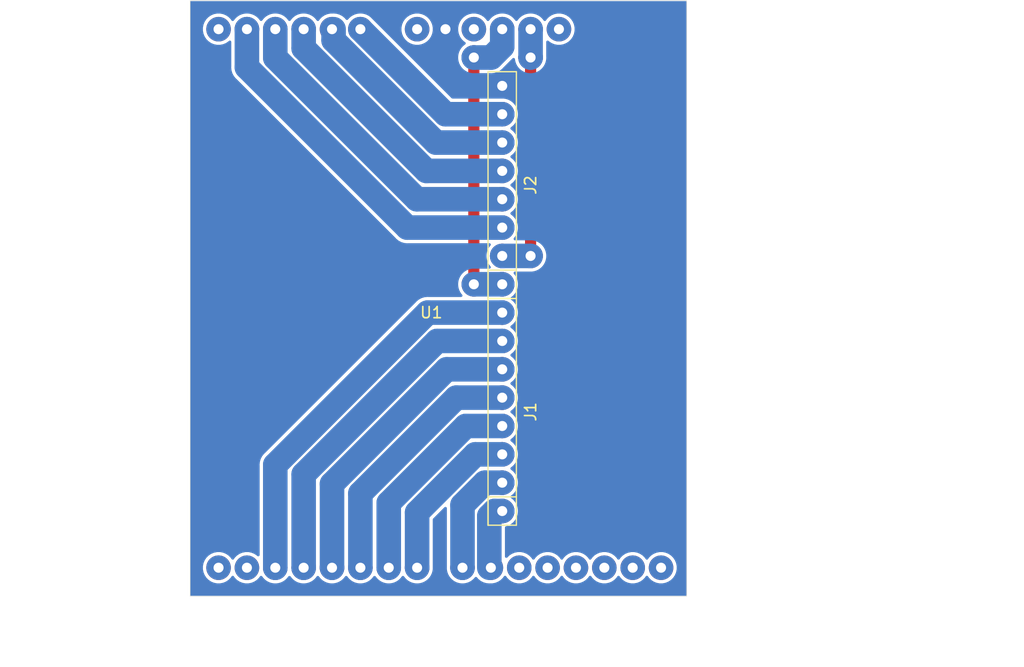
<source format=kicad_pcb>
(kicad_pcb (version 20171130) (host pcbnew "(5.1.6)-1")

  (general
    (thickness 1.6)
    (drawings 7)
    (tracks 52)
    (zones 0)
    (modules 3)
    (nets 29)
  )

  (page A4)
  (layers
    (0 F.Cu signal)
    (31 B.Cu signal)
    (32 B.Adhes user)
    (33 F.Adhes user)
    (34 B.Paste user)
    (35 F.Paste user)
    (36 B.SilkS user)
    (37 F.SilkS user)
    (38 B.Mask user)
    (39 F.Mask user)
    (40 Dwgs.User user)
    (41 Cmts.User user)
    (42 Eco1.User user)
    (43 Eco2.User user)
    (44 Edge.Cuts user)
    (45 Margin user)
    (46 B.CrtYd user)
    (47 F.CrtYd user)
    (48 B.Fab user)
    (49 F.Fab user)
  )

  (setup
    (last_trace_width 1)
    (user_trace_width 1)
    (user_trace_width 2)
    (user_trace_width 2.2)
    (trace_clearance 0.2)
    (zone_clearance 0.508)
    (zone_45_only no)
    (trace_min 0.2)
    (via_size 0.8)
    (via_drill 0.4)
    (via_min_size 0.4)
    (via_min_drill 0.3)
    (user_via 2.2 0.9)
    (uvia_size 0.3)
    (uvia_drill 0.1)
    (uvias_allowed no)
    (uvia_min_size 0.2)
    (uvia_min_drill 0.1)
    (edge_width 0.05)
    (segment_width 0.2)
    (pcb_text_width 0.3)
    (pcb_text_size 1.5 1.5)
    (mod_edge_width 0.12)
    (mod_text_size 1 1)
    (mod_text_width 0.15)
    (pad_size 2.2 2.2)
    (pad_drill 0.9)
    (pad_to_mask_clearance 0.05)
    (aux_axis_origin 0 0)
    (visible_elements 7FFFFFFF)
    (pcbplotparams
      (layerselection 0x010fc_ffffffff)
      (usegerberextensions false)
      (usegerberattributes true)
      (usegerberadvancedattributes true)
      (creategerberjobfile true)
      (excludeedgelayer true)
      (linewidth 0.100000)
      (plotframeref false)
      (viasonmask false)
      (mode 1)
      (useauxorigin false)
      (hpglpennumber 1)
      (hpglpenspeed 20)
      (hpglpendiameter 15.000000)
      (psnegative false)
      (psa4output false)
      (plotreference true)
      (plotvalue true)
      (plotinvisibletext false)
      (padsonsilk false)
      (subtractmaskfromsilk false)
      (outputformat 1)
      (mirror false)
      (drillshape 1)
      (scaleselection 1)
      (outputdirectory ""))
  )

  (net 0 "")
  (net 1 LCD_D1)
  (net 2 LCD_D0)
  (net 3 LCD_D7)
  (net 4 LCD_D6)
  (net 5 LCD_D5)
  (net 6 LCD_D4)
  (net 7 LCD_D3)
  (net 8 LCD_D2)
  (net 9 GND)
  (net 10 +3V3)
  (net 11 LCD_RD)
  (net 12 LCD_WR)
  (net 13 LCD_RS)
  (net 14 LCD_CS)
  (net 15 LCD_RST)
  (net 16 +5V)
  (net 17 "Net-(U1-Pad1)")
  (net 18 "Net-(U1-Pad2)")
  (net 19 "Net-(U1-Pad11)")
  (net 20 "Net-(U1-Pad12)")
  (net 21 "Net-(U1-Pad13)")
  (net 22 "Net-(U1-Pad14)")
  (net 23 "Net-(U1-Pad15)")
  (net 24 "Net-(U1-Pad16)")
  (net 25 "Net-(U1-Pad17)")
  (net 26 "Net-(U1-Pad20)")
  (net 27 "Net-(U1-Pad22)")
  (net 28 "Net-(U1-Pad28)")

  (net_class Default "This is the default net class."
    (clearance 0.2)
    (trace_width 0.25)
    (via_dia 0.8)
    (via_drill 0.4)
    (uvia_dia 0.3)
    (uvia_drill 0.1)
    (add_net +3V3)
    (add_net +5V)
    (add_net GND)
    (add_net LCD_CS)
    (add_net LCD_D0)
    (add_net LCD_D1)
    (add_net LCD_D2)
    (add_net LCD_D3)
    (add_net LCD_D4)
    (add_net LCD_D5)
    (add_net LCD_D6)
    (add_net LCD_D7)
    (add_net LCD_RD)
    (add_net LCD_RS)
    (add_net LCD_RST)
    (add_net LCD_WR)
    (add_net "Net-(U1-Pad1)")
    (add_net "Net-(U1-Pad11)")
    (add_net "Net-(U1-Pad12)")
    (add_net "Net-(U1-Pad13)")
    (add_net "Net-(U1-Pad14)")
    (add_net "Net-(U1-Pad15)")
    (add_net "Net-(U1-Pad16)")
    (add_net "Net-(U1-Pad17)")
    (add_net "Net-(U1-Pad2)")
    (add_net "Net-(U1-Pad20)")
    (add_net "Net-(U1-Pad22)")
    (add_net "Net-(U1-Pad28)")
  )

  (module 0_my_footprints:my8Pin (layer F.Cu) (tedit 64E3B241) (tstamp 64E3BEF1)
    (at 27.94 -15.24 90)
    (path /64E15192)
    (fp_text reference J1 (at 1.27 2.54 90) (layer F.SilkS)
      (effects (font (size 1 1) (thickness 0.15)))
    )
    (fp_text value Conn_01x08 (at 1.27 -2.54 90) (layer F.Fab)
      (effects (font (size 1 1) (thickness 0.15)))
    )
    (fp_line (start -6.35 -1.27) (end -6.35 1.27) (layer F.SilkS) (width 0.12))
    (fp_line (start -8.89 -1.27) (end -6.35 -1.27) (layer F.SilkS) (width 0.12))
    (fp_line (start 3.81 -1.27) (end -8.89 -1.27) (layer F.SilkS) (width 0.12))
    (fp_line (start -8.89 1.27) (end 3.81 1.27) (layer F.SilkS) (width 0.12))
    (fp_line (start -8.89 -1.27) (end -8.89 1.27) (layer F.SilkS) (width 0.12))
    (fp_line (start 3.81 -1.27) (end 11.43 -1.27) (layer F.SilkS) (width 0.12))
    (fp_line (start 11.43 -1.27) (end 11.43 1.27) (layer F.SilkS) (width 0.12))
    (fp_line (start 11.43 1.27) (end 3.81 1.27) (layer F.SilkS) (width 0.12))
    (pad 8 thru_hole circle (at 10.16 0 90) (size 2.2 2.2) (drill 0.9) (layers *.Cu *.Mask)
      (net 8 LCD_D2))
    (pad 7 thru_hole circle (at 7.62 0 90) (size 2.2 2.2) (drill 0.9) (layers *.Cu *.Mask)
      (net 7 LCD_D3))
    (pad 6 thru_hole circle (at 5.08 0 90) (size 2.2 2.2) (drill 0.9) (layers *.Cu *.Mask)
      (net 6 LCD_D4))
    (pad 5 thru_hole circle (at 2.54 0 90) (size 2.2 2.2) (drill 0.9) (layers *.Cu *.Mask)
      (net 5 LCD_D5))
    (pad 4 thru_hole circle (at 0 0 90) (size 2.2 2.2) (drill 0.9) (layers *.Cu *.Mask)
      (net 4 LCD_D6))
    (pad 3 thru_hole circle (at -2.54 0 90) (size 2.2 2.2) (drill 0.9) (layers *.Cu *.Mask)
      (net 3 LCD_D7))
    (pad 2 thru_hole circle (at -5.08 0 90) (size 2.2 2.2) (drill 0.9) (layers *.Cu *.Mask)
      (net 2 LCD_D0))
    (pad 1 thru_hole circle (at -7.62 0 90) (size 2.2 2.2) (drill 0.9) (layers *.Cu *.Mask)
      (net 1 LCD_D1))
  )

  (module 0_my_footprints:my8Pin (layer F.Cu) (tedit 64E3B241) (tstamp 64E3BF04)
    (at 27.94 -35.56 90)
    (path /64E15AB7)
    (fp_text reference J2 (at 1.27 2.54 90) (layer F.SilkS)
      (effects (font (size 1 1) (thickness 0.15)))
    )
    (fp_text value Conn_01x08 (at 1.27 -2.54 90) (layer F.Fab)
      (effects (font (size 1 1) (thickness 0.15)))
    )
    (fp_line (start -6.35 -1.27) (end -6.35 1.27) (layer F.SilkS) (width 0.12))
    (fp_line (start -8.89 -1.27) (end -6.35 -1.27) (layer F.SilkS) (width 0.12))
    (fp_line (start 3.81 -1.27) (end -8.89 -1.27) (layer F.SilkS) (width 0.12))
    (fp_line (start -8.89 1.27) (end 3.81 1.27) (layer F.SilkS) (width 0.12))
    (fp_line (start -8.89 -1.27) (end -8.89 1.27) (layer F.SilkS) (width 0.12))
    (fp_line (start 3.81 -1.27) (end 11.43 -1.27) (layer F.SilkS) (width 0.12))
    (fp_line (start 11.43 -1.27) (end 11.43 1.27) (layer F.SilkS) (width 0.12))
    (fp_line (start 11.43 1.27) (end 3.81 1.27) (layer F.SilkS) (width 0.12))
    (pad 8 thru_hole circle (at 10.16 0 90) (size 2.2 2.2) (drill 0.9) (layers *.Cu *.Mask)
      (net 9 GND))
    (pad 7 thru_hole circle (at 7.62 0 90) (size 2.2 2.2) (drill 0.9) (layers *.Cu *.Mask)
      (net 11 LCD_RD))
    (pad 6 thru_hole circle (at 5.08 0 90) (size 2.2 2.2) (drill 0.9) (layers *.Cu *.Mask)
      (net 12 LCD_WR))
    (pad 5 thru_hole circle (at 2.54 0 90) (size 2.2 2.2) (drill 0.9) (layers *.Cu *.Mask)
      (net 13 LCD_RS))
    (pad 4 thru_hole circle (at 0 0 90) (size 2.2 2.2) (drill 0.9) (layers *.Cu *.Mask)
      (net 14 LCD_CS))
    (pad 3 thru_hole circle (at -2.54 0 90) (size 2.2 2.2) (drill 0.9) (layers *.Cu *.Mask)
      (net 15 LCD_RST))
    (pad 2 thru_hole circle (at -5.08 0 90) (size 2.2 2.2) (drill 0.9) (layers *.Cu *.Mask)
      (net 10 +3V3))
    (pad 1 thru_hole circle (at -7.62 0 90) (size 2.2 2.2) (drill 0.9) (layers *.Cu *.Mask)
      (net 16 +5V))
  )

  (module 0_my_footprints:unoDisplay (layer F.Cu) (tedit 64E12ABB) (tstamp 64E1983B)
    (at 21.59 -27.94 180)
    (path /64E13C3A)
    (fp_text reference U1 (at 0 -2.54) (layer F.SilkS)
      (effects (font (size 1 1) (thickness 0.15)))
    )
    (fp_text value uno_display (at 0 -0.5) (layer F.Fab)
      (effects (font (size 1 1) (thickness 0.15)))
    )
    (fp_line (start -22.86 -27.94) (end -22.86 25.4) (layer F.Fab) (width 0.12))
    (fp_line (start -22.86 -27.94) (end 21.59 -27.94) (layer F.Fab) (width 0.12))
    (fp_line (start 21.59 -27.94) (end 21.59 25.4) (layer F.Fab) (width 0.12))
    (fp_line (start -22.86 25.4) (end 21.59 25.4) (layer F.Fab) (width 0.12))
    (pad 1 thru_hole circle (at 19.05 -25.4) (size 2.2 2.2) (drill 0.9) (layers *.Cu *.Mask)
      (net 17 "Net-(U1-Pad1)"))
    (pad 2 thru_hole circle (at 16.51 -25.4) (size 2.2 2.2) (drill 0.9) (layers *.Cu *.Mask)
      (net 18 "Net-(U1-Pad2)"))
    (pad 3 thru_hole circle (at 13.97 -25.4) (size 2.2 2.2) (drill 0.9) (layers *.Cu *.Mask)
      (net 8 LCD_D2))
    (pad 4 thru_hole circle (at 11.43 -25.4) (size 2.2 2.2) (drill 0.9) (layers *.Cu *.Mask)
      (net 7 LCD_D3))
    (pad 5 thru_hole circle (at 8.89 -25.4) (size 2.2 2.2) (drill 0.9) (layers *.Cu *.Mask)
      (net 6 LCD_D4))
    (pad 6 thru_hole circle (at 6.35 -25.4) (size 2.2 2.2) (drill 0.9) (layers *.Cu *.Mask)
      (net 5 LCD_D5))
    (pad 7 thru_hole circle (at 3.81 -25.4) (size 2.2 2.2) (drill 0.9) (layers *.Cu *.Mask)
      (net 4 LCD_D6))
    (pad 8 thru_hole circle (at 1.27 -25.4) (size 2.2 2.2) (drill 0.9) (layers *.Cu *.Mask)
      (net 3 LCD_D7))
    (pad 9 thru_hole circle (at -2.794 -25.4) (size 2.2 2.2) (drill 0.9) (layers *.Cu *.Mask)
      (net 2 LCD_D0))
    (pad 10 thru_hole circle (at -5.334 -25.4) (size 2.2 2.2) (drill 0.9) (layers *.Cu *.Mask)
      (net 1 LCD_D1))
    (pad 11 thru_hole circle (at -7.874 -25.4) (size 2.2 2.2) (drill 0.9) (layers *.Cu *.Mask)
      (net 19 "Net-(U1-Pad11)"))
    (pad 12 thru_hole circle (at -10.414 -25.4) (size 2.2 2.2) (drill 0.9) (layers *.Cu *.Mask)
      (net 20 "Net-(U1-Pad12)"))
    (pad 13 thru_hole circle (at -12.954 -25.4) (size 2.2 2.2) (drill 0.9) (layers *.Cu *.Mask)
      (net 21 "Net-(U1-Pad13)"))
    (pad 14 thru_hole circle (at -15.494 -25.4) (size 2.2 2.2) (drill 0.9) (layers *.Cu *.Mask)
      (net 22 "Net-(U1-Pad14)"))
    (pad 15 thru_hole circle (at -18.034 -25.4) (size 2.2 2.2) (drill 0.9) (layers *.Cu *.Mask)
      (net 23 "Net-(U1-Pad15)"))
    (pad 16 thru_hole circle (at -20.574 -25.4) (size 2.2 2.2) (drill 0.9) (layers *.Cu *.Mask)
      (net 24 "Net-(U1-Pad16)"))
    (pad 17 thru_hole circle (at -11.43 22.86) (size 2.2 2.2) (drill 0.9) (layers *.Cu *.Mask)
      (net 25 "Net-(U1-Pad17)"))
    (pad 18 thru_hole circle (at -8.89 22.86) (size 2.2 2.2) (drill 0.9) (layers *.Cu *.Mask)
      (net 10 +3V3))
    (pad 19 thru_hole circle (at -6.35 22.86) (size 2.2 2.2) (drill 0.9) (layers *.Cu *.Mask)
      (net 16 +5V))
    (pad 20 thru_hole circle (at -3.81 22.86) (size 2.2 2.2) (drill 0.9) (layers *.Cu *.Mask)
      (net 26 "Net-(U1-Pad20)"))
    (pad 21 thru_hole circle (at -1.27 22.86) (size 2.2 2.2) (drill 0.9) (layers *.Cu *.Mask)
      (net 9 GND))
    (pad 22 thru_hole circle (at 1.27 22.86) (size 2.2 2.2) (drill 0.9) (layers *.Cu *.Mask)
      (net 27 "Net-(U1-Pad22)"))
    (pad 23 thru_hole circle (at 6.35 22.86) (size 2.2 2.2) (drill 0.9) (layers *.Cu *.Mask)
      (net 11 LCD_RD))
    (pad 24 thru_hole circle (at 8.89 22.86) (size 2.2 2.2) (drill 0.9) (layers *.Cu *.Mask)
      (net 12 LCD_WR))
    (pad 25 thru_hole circle (at 11.43 22.86) (size 2.2 2.2) (drill 0.9) (layers *.Cu *.Mask)
      (net 13 LCD_RS))
    (pad 26 thru_hole circle (at 13.97 22.86) (size 2.2 2.2) (drill 0.9) (layers *.Cu *.Mask)
      (net 14 LCD_CS))
    (pad 27 thru_hole circle (at 16.51 22.86) (size 2.2 2.2) (drill 0.9) (layers *.Cu *.Mask)
      (net 15 LCD_RST))
    (pad 28 thru_hole circle (at 19.05 22.86) (size 2.2 2.2) (drill 0.9) (layers *.Cu *.Mask)
      (net 28 "Net-(U1-Pad28)"))
    (model C:/src/kiCad/libraries/my_3d_files/pinSockets/myPinSocket_1x08.step
      (offset (xyz -2.794 25.4 0))
      (scale (xyz 1 1 1))
      (rotate (xyz 0 0 90))
    )
    (model C:/src/kiCad/libraries/my_3d_files/pinSockets/myPinSocket_1x08.step
      (offset (xyz 19.05 25.4 0))
      (scale (xyz 1 1 1))
      (rotate (xyz 0 0 90))
    )
    (model C:/src/kiCad/libraries/my_3d_files/pinSockets/myPinSocket_1x06.step
      (offset (xyz 19.05 -22.86 0))
      (scale (xyz 1 1 1))
      (rotate (xyz 0 0 90))
    )
    (model C:/src/kiCad/libraries/my_3d_files/pinSockets/myPinSocket_1x06.step
      (offset (xyz 1.27 -22.86 0))
      (scale (xyz 1 1 1))
      (rotate (xyz 0 0 90))
    )
    (model C:/src/kiCad/libraries/my_3d_files/UNO_3.5_TFT.step
      (offset (xyz 48.3 -26.3 11.1))
      (scale (xyz 1 1 1))
      (rotate (xyz 0 180 0))
    )
  )

  (gr_line (start 44.45 -53.34) (end 0 -53.34) (layer Edge.Cuts) (width 0.05) (tstamp 64E36925))
  (gr_line (start 44.45 0) (end 44.45 -53.34) (layer Edge.Cuts) (width 0.05))
  (gr_line (start 0 0) (end 44.45 0) (layer Edge.Cuts) (width 0.05))
  (gr_line (start 0 -53.34) (end 0 0) (layer Edge.Cuts) (width 0.05))
  (dimension 53.34 (width 0.15) (layer Dwgs.User)
    (gr_text "53.340 mm" (at -13.364999 -26.67 270) (layer Dwgs.User)
      (effects (font (size 1 1) (thickness 0.15)))
    )
    (feature1 (pts (xy 0 0) (xy -12.65142 0)))
    (feature2 (pts (xy 0 -53.34) (xy -12.65142 -53.34)))
    (crossbar (pts (xy -12.064999 -53.34) (xy -12.064999 0)))
    (arrow1a (pts (xy -12.064999 0) (xy -12.65142 -1.126504)))
    (arrow1b (pts (xy -12.064999 0) (xy -11.478578 -1.126504)))
    (arrow2a (pts (xy -12.064999 -53.34) (xy -12.65142 -52.213496)))
    (arrow2b (pts (xy -12.064999 -53.34) (xy -11.478578 -52.213496)))
  )
  (dimension 44.45 (width 0.15) (layer Dwgs.User)
    (gr_text "44.450 mm" (at 22.225 7.014999) (layer Dwgs.User)
      (effects (font (size 1 1) (thickness 0.15)))
    )
    (feature1 (pts (xy 44.45 0) (xy 44.45 6.30142)))
    (feature2 (pts (xy 0 0) (xy 0 6.30142)))
    (crossbar (pts (xy 0 5.714999) (xy 44.45 5.714999)))
    (arrow1a (pts (xy 44.45 5.714999) (xy 43.323496 6.30142)))
    (arrow1b (pts (xy 44.45 5.714999) (xy 43.323496 5.128578)))
    (arrow2a (pts (xy 0 5.714999) (xy 1.126504 6.30142)))
    (arrow2b (pts (xy 0 5.714999) (xy 1.126504 5.128578)))
  )
  (gr_text "NOTE that LCD_D0 and LCD_D1 are switched\nwhile soldering the wires onto this connector so  \nALL DATA LINES COME OUT IN ORDER on the\nother end as REQUIRED by the mother board!!!" (at 35.56 -17.145) (layer Dwgs.User)
    (effects (font (size 1 1) (thickness 0.15)) (justify left))
  )

  (segment (start 27.94 -7.62) (end 27.238492 -7.62) (width 2.2) (layer B.Cu) (net 1))
  (segment (start 27.238492 -7.62) (end 26.78401 -7.165518) (width 2.2) (layer B.Cu) (net 1))
  (segment (start 26.78401 -7.165518) (end 26.78401 -2.54) (width 2.2) (layer B.Cu) (net 1))
  (segment (start 24.384 -8.159634) (end 26.384366 -10.16) (width 2.2) (layer B.Cu) (net 2))
  (segment (start 24.384 -2.54) (end 24.384 -8.159634) (width 2.2) (layer B.Cu) (net 2))
  (segment (start 26.384366 -10.16) (end 27.94 -10.16) (width 2.2) (layer B.Cu) (net 2))
  (segment (start 20.32 -7.48976) (end 25.53024 -12.7) (width 2.2) (layer B.Cu) (net 3))
  (segment (start 20.32 -2.54) (end 20.32 -7.48976) (width 2.2) (layer B.Cu) (net 3))
  (segment (start 25.53024 -12.7) (end 27.94 -12.7) (width 2.2) (layer B.Cu) (net 3))
  (segment (start 17.78 -8.343886) (end 24.676114 -15.24) (width 2.2) (layer B.Cu) (net 4))
  (segment (start 17.78 -2.54) (end 17.78 -8.343886) (width 2.2) (layer B.Cu) (net 4))
  (segment (start 24.676114 -15.24) (end 27.94 -15.24) (width 2.2) (layer B.Cu) (net 4))
  (segment (start 15.24 -9.198012) (end 23.821988 -17.78) (width 2.2) (layer B.Cu) (net 5))
  (segment (start 15.24 -2.54) (end 15.24 -9.198012) (width 2.2) (layer B.Cu) (net 5))
  (segment (start 23.821988 -17.78) (end 27.94 -17.78) (width 2.2) (layer B.Cu) (net 5))
  (segment (start 12.7 -10.052138) (end 22.967862 -20.32) (width 2.2) (layer B.Cu) (net 6))
  (segment (start 12.7 -2.54) (end 12.7 -10.052138) (width 2.2) (layer B.Cu) (net 6))
  (segment (start 22.967862 -20.32) (end 27.94 -20.32) (width 2.2) (layer B.Cu) (net 6))
  (segment (start 10.16 -10.906264) (end 22.113736 -22.86) (width 2.2) (layer B.Cu) (net 7))
  (segment (start 10.16 -2.54) (end 10.16 -10.906264) (width 2.2) (layer B.Cu) (net 7))
  (segment (start 22.113736 -22.86) (end 27.94 -22.86) (width 2.2) (layer B.Cu) (net 7))
  (segment (start 7.62 -11.76039) (end 21.25961 -25.4) (width 2.2) (layer B.Cu) (net 8))
  (segment (start 7.62 -2.54) (end 7.62 -11.76039) (width 2.2) (layer B.Cu) (net 8))
  (segment (start 21.25961 -25.4) (end 27.94 -25.4) (width 2.2) (layer B.Cu) (net 8))
  (segment (start 30.48 -50.8) (end 30.48 -48.26) (width 2.2) (layer B.Cu) (net 10))
  (segment (start 27.94 -30.48) (end 30.48 -30.48) (width 2.2) (layer B.Cu) (net 10))
  (via (at 30.48 -30.48) (size 2.2) (drill 0.9) (layers F.Cu B.Cu) (net 10))
  (segment (start 30.48 -48.26) (end 30.48 -48.26) (width 2.2) (layer B.Cu) (net 10) (tstamp 64E1A1ED))
  (via (at 30.48 -48.26) (size 2.2) (drill 0.9) (layers F.Cu B.Cu) (net 10))
  (segment (start 30.48 -30.48) (end 30.48 -48.26) (width 1) (layer F.Cu) (net 10))
  (segment (start 27.94 -43.18) (end 22.86 -43.18) (width 2.2) (layer B.Cu) (net 11))
  (segment (start 22.86 -43.18) (end 15.24 -50.8) (width 2.2) (layer B.Cu) (net 11))
  (segment (start 22.005874 -40.64) (end 12.839991 -49.805883) (width 2.2) (layer B.Cu) (net 12))
  (segment (start 27.94 -40.64) (end 22.005874 -40.64) (width 2.2) (layer B.Cu) (net 12))
  (segment (start 12.839991 -49.805883) (end 12.839991 -50.8) (width 2.2) (layer B.Cu) (net 12))
  (segment (start 21.151748 -38.1) (end 10.16 -49.091748) (width 2.2) (layer B.Cu) (net 13))
  (segment (start 27.94 -38.1) (end 21.151748 -38.1) (width 2.2) (layer B.Cu) (net 13))
  (segment (start 10.16 -49.091748) (end 10.16 -50.8) (width 2.2) (layer B.Cu) (net 13))
  (segment (start 20.297622 -35.56) (end 7.62 -48.237622) (width 2.2) (layer B.Cu) (net 14))
  (segment (start 27.94 -35.56) (end 20.297622 -35.56) (width 2.2) (layer B.Cu) (net 14))
  (segment (start 7.62 -48.237622) (end 7.62 -50.8) (width 2.2) (layer B.Cu) (net 14))
  (segment (start 19.443496 -33.02) (end 5.08 -47.383496) (width 2.2) (layer B.Cu) (net 15))
  (segment (start 27.94 -33.02) (end 19.443496 -33.02) (width 2.2) (layer B.Cu) (net 15))
  (segment (start 5.08 -47.383496) (end 5.08 -50.8) (width 2.2) (layer B.Cu) (net 15))
  (segment (start 27.94 -27.94) (end 25.4 -27.94) (width 2.2) (layer B.Cu) (net 16))
  (segment (start 27.94 -49.244366) (end 26.955634 -48.26) (width 2.2) (layer B.Cu) (net 16))
  (segment (start 27.94 -50.8) (end 27.94 -49.244366) (width 2.2) (layer B.Cu) (net 16))
  (segment (start 26.955634 -48.26) (end 25.4 -48.26) (width 2.2) (layer B.Cu) (net 16))
  (via (at 25.4 -27.94) (size 2.2) (drill 0.9) (layers F.Cu B.Cu) (net 16))
  (segment (start 25.4 -48.26) (end 25.4 -48.26) (width 2.2) (layer B.Cu) (net 16) (tstamp 64E1A1EB))
  (via (at 25.4 -48.26) (size 2.2) (drill 0.9) (layers F.Cu B.Cu) (net 16))
  (segment (start 25.4 -48.26) (end 25.4 -27.94) (width 1) (layer F.Cu) (net 16))

  (zone (net 9) (net_name GND) (layer B.Cu) (tstamp 0) (hatch edge 0.508)
    (connect_pads yes (clearance 0.3))
    (min_thickness 0.254)
    (fill yes (arc_segments 32) (thermal_gap 0.508) (thermal_bridge_width 0.508))
    (polygon
      (pts
        (xy 44.45 0) (xy 0 0) (xy 0 -53.34) (xy 44.45 -53.34)
      )
    )
    (filled_polygon
      (pts
        (xy 44.323 -0.127) (xy 0.127 -0.127) (xy 0.127 -50.950396) (xy 1.013 -50.950396) (xy 1.013 -50.649604)
        (xy 1.071681 -50.35459) (xy 1.18679 -50.076694) (xy 1.353901 -49.826594) (xy 1.566594 -49.613901) (xy 1.816694 -49.44679)
        (xy 2.09459 -49.331681) (xy 2.389604 -49.273) (xy 2.690396 -49.273) (xy 2.98541 -49.331681) (xy 3.263306 -49.44679)
        (xy 3.513406 -49.613901) (xy 3.553001 -49.653496) (xy 3.553 -47.458497) (xy 3.545613 -47.383496) (xy 3.553 -47.308495)
        (xy 3.553 -47.308486) (xy 3.575095 -47.084153) (xy 3.66241 -46.796312) (xy 3.804203 -46.531037) (xy 3.995024 -46.29852)
        (xy 4.053294 -46.250699) (xy 18.310704 -31.993288) (xy 18.35852 -31.935024) (xy 18.591036 -31.744203) (xy 18.735865 -31.66679)
        (xy 18.856311 -31.60241) (xy 19.144151 -31.515095) (xy 19.171451 -31.512406) (xy 19.368485 -31.493) (xy 19.368492 -31.493)
        (xy 19.443496 -31.485613) (xy 19.5185 -31.493) (xy 26.793495 -31.493) (xy 26.753901 -31.453406) (xy 26.712015 -31.390719)
        (xy 26.664203 -31.33246) (xy 26.628674 -31.265989) (xy 26.58679 -31.203306) (xy 26.557941 -31.133658) (xy 26.52241 -31.067185)
        (xy 26.500532 -30.995061) (xy 26.471681 -30.92541) (xy 26.456973 -30.851466) (xy 26.435095 -30.779344) (xy 26.427707 -30.704336)
        (xy 26.413 -30.630396) (xy 26.413 -30.555011) (xy 26.405612 -30.48) (xy 26.413 -30.404989) (xy 26.413 -30.329604)
        (xy 26.427707 -30.255664) (xy 26.435095 -30.180656) (xy 26.456973 -30.108534) (xy 26.471681 -30.03459) (xy 26.500532 -29.964939)
        (xy 26.52241 -29.892815) (xy 26.557941 -29.826342) (xy 26.58679 -29.756694) (xy 26.628674 -29.694011) (xy 26.664203 -29.62754)
        (xy 26.712015 -29.569281) (xy 26.753901 -29.506594) (xy 26.793495 -29.467) (xy 25.249604 -29.467) (xy 25.175664 -29.452293)
        (xy 25.100656 -29.444905) (xy 25.028534 -29.423027) (xy 24.95459 -29.408319) (xy 24.884939 -29.379468) (xy 24.812815 -29.35759)
        (xy 24.746342 -29.322059) (xy 24.676694 -29.29321) (xy 24.614011 -29.251326) (xy 24.54754 -29.215797) (xy 24.489281 -29.167985)
        (xy 24.426594 -29.126099) (xy 24.373283 -29.072788) (xy 24.315024 -29.024976) (xy 24.267212 -28.966717) (xy 24.213901 -28.913406)
        (xy 24.172015 -28.850719) (xy 24.124203 -28.79246) (xy 24.088674 -28.725989) (xy 24.04679 -28.663306) (xy 24.017941 -28.593658)
        (xy 23.98241 -28.527185) (xy 23.960532 -28.455061) (xy 23.931681 -28.38541) (xy 23.916973 -28.311466) (xy 23.895095 -28.239344)
        (xy 23.887707 -28.164336) (xy 23.873 -28.090396) (xy 23.873 -28.015011) (xy 23.865612 -27.94) (xy 23.873 -27.864989)
        (xy 23.873 -27.789604) (xy 23.887707 -27.715664) (xy 23.895095 -27.640656) (xy 23.916973 -27.568534) (xy 23.931681 -27.49459)
        (xy 23.960532 -27.424939) (xy 23.98241 -27.352815) (xy 24.017941 -27.286342) (xy 24.04679 -27.216694) (xy 24.088674 -27.154011)
        (xy 24.124203 -27.08754) (xy 24.172015 -27.029281) (xy 24.213901 -26.966594) (xy 24.253495 -26.927) (xy 21.33461 -26.927)
        (xy 21.259609 -26.934387) (xy 21.184608 -26.927) (xy 21.184599 -26.927) (xy 20.960266 -26.904905) (xy 20.672425 -26.81759)
        (xy 20.40715 -26.675797) (xy 20.174634 -26.484976) (xy 20.126818 -26.426712) (xy 6.593289 -12.893182) (xy 6.535025 -12.845366)
        (xy 6.487209 -12.787102) (xy 6.487208 -12.787101) (xy 6.344204 -12.61285) (xy 6.202411 -12.347575) (xy 6.115096 -12.059734)
        (xy 6.085613 -11.76039) (xy 6.093001 -11.685379) (xy 6.093 -3.686505) (xy 6.053406 -3.726099) (xy 5.803306 -3.89321)
        (xy 5.52541 -4.008319) (xy 5.230396 -4.067) (xy 4.929604 -4.067) (xy 4.63459 -4.008319) (xy 4.356694 -3.89321)
        (xy 4.106594 -3.726099) (xy 3.893901 -3.513406) (xy 3.81 -3.387839) (xy 3.726099 -3.513406) (xy 3.513406 -3.726099)
        (xy 3.263306 -3.89321) (xy 2.98541 -4.008319) (xy 2.690396 -4.067) (xy 2.389604 -4.067) (xy 2.09459 -4.008319)
        (xy 1.816694 -3.89321) (xy 1.566594 -3.726099) (xy 1.353901 -3.513406) (xy 1.18679 -3.263306) (xy 1.071681 -2.98541)
        (xy 1.013 -2.690396) (xy 1.013 -2.389604) (xy 1.071681 -2.09459) (xy 1.18679 -1.816694) (xy 1.353901 -1.566594)
        (xy 1.566594 -1.353901) (xy 1.816694 -1.18679) (xy 2.09459 -1.071681) (xy 2.389604 -1.013) (xy 2.690396 -1.013)
        (xy 2.98541 -1.071681) (xy 3.263306 -1.18679) (xy 3.513406 -1.353901) (xy 3.726099 -1.566594) (xy 3.81 -1.692161)
        (xy 3.893901 -1.566594) (xy 4.106594 -1.353901) (xy 4.356694 -1.18679) (xy 4.63459 -1.071681) (xy 4.929604 -1.013)
        (xy 5.230396 -1.013) (xy 5.52541 -1.071681) (xy 5.803306 -1.18679) (xy 6.053406 -1.353901) (xy 6.266099 -1.566594)
        (xy 6.345697 -1.685721) (xy 6.392013 -1.629285) (xy 6.433901 -1.566594) (xy 6.487213 -1.513282) (xy 6.535024 -1.455024)
        (xy 6.593283 -1.407212) (xy 6.646594 -1.353901) (xy 6.709281 -1.312015) (xy 6.76754 -1.264203) (xy 6.834011 -1.228674)
        (xy 6.896694 -1.18679) (xy 6.966342 -1.157941) (xy 7.032815 -1.12241) (xy 7.104939 -1.100532) (xy 7.17459 -1.071681)
        (xy 7.248534 -1.056973) (xy 7.320656 -1.035095) (xy 7.395664 -1.027707) (xy 7.469604 -1.013) (xy 7.544989 -1.013)
        (xy 7.62 -1.005612) (xy 7.695011 -1.013) (xy 7.770396 -1.013) (xy 7.844336 -1.027707) (xy 7.919343 -1.035095)
        (xy 7.991463 -1.056972) (xy 8.06541 -1.071681) (xy 8.135064 -1.100533) (xy 8.207184 -1.12241) (xy 8.273653 -1.157939)
        (xy 8.343306 -1.18679) (xy 8.405993 -1.228676) (xy 8.472459 -1.264203) (xy 8.530715 -1.312013) (xy 8.593406 -1.353901)
        (xy 8.646718 -1.407213) (xy 8.704976 -1.455024) (xy 8.752788 -1.513283) (xy 8.806099 -1.566594) (xy 8.847985 -1.629281)
        (xy 8.89 -1.680477) (xy 8.932013 -1.629285) (xy 8.973901 -1.566594) (xy 9.027213 -1.513282) (xy 9.075024 -1.455024)
        (xy 9.133283 -1.407212) (xy 9.186594 -1.353901) (xy 9.249281 -1.312015) (xy 9.30754 -1.264203) (xy 9.374011 -1.228674)
        (xy 9.436694 -1.18679) (xy 9.506342 -1.157941) (xy 9.572815 -1.12241) (xy 9.644939 -1.100532) (xy 9.71459 -1.071681)
        (xy 9.788534 -1.056973) (xy 9.860656 -1.035095) (xy 9.935664 -1.027707) (xy 10.009604 -1.013) (xy 10.084989 -1.013)
        (xy 10.16 -1.005612) (xy 10.235011 -1.013) (xy 10.310396 -1.013) (xy 10.384336 -1.027707) (xy 10.459343 -1.035095)
        (xy 10.531463 -1.056972) (xy 10.60541 -1.071681) (xy 10.675064 -1.100533) (xy 10.747184 -1.12241) (xy 10.813653 -1.157939)
        (xy 10.883306 -1.18679) (xy 10.945993 -1.228676) (xy 11.012459 -1.264203) (xy 11.070715 -1.312013) (xy 11.133406 -1.353901)
        (xy 11.186718 -1.407213) (xy 11.244976 -1.455024) (xy 11.292788 -1.513283) (xy 11.346099 -1.566594) (xy 11.387985 -1.629281)
        (xy 11.43 -1.680477) (xy 11.472013 -1.629285) (xy 11.513901 -1.566594) (xy 11.567213 -1.513282) (xy 11.615024 -1.455024)
        (xy 11.673283 -1.407212) (xy 11.726594 -1.353901) (xy 11.789281 -1.312015) (xy 11.84754 -1.264203) (xy 11.914011 -1.228674)
        (xy 11.976694 -1.18679) (xy 12.046342 -1.157941) (xy 12.112815 -1.12241) (xy 12.184939 -1.100532) (xy 12.25459 -1.071681)
        (xy 12.328534 -1.056973) (xy 12.400656 -1.035095) (xy 12.475664 -1.027707) (xy 12.549604 -1.013) (xy 12.624989 -1.013)
        (xy 12.7 -1.005612) (xy 12.775011 -1.013) (xy 12.850396 -1.013) (xy 12.924336 -1.027707) (xy 12.999343 -1.035095)
        (xy 13.071463 -1.056972) (xy 13.14541 -1.071681) (xy 13.215064 -1.100533) (xy 13.287184 -1.12241) (xy 13.353653 -1.157939)
        (xy 13.423306 -1.18679) (xy 13.485993 -1.228676) (xy 13.552459 -1.264203) (xy 13.610715 -1.312013) (xy 13.673406 -1.353901)
        (xy 13.726718 -1.407213) (xy 13.784976 -1.455024) (xy 13.832788 -1.513283) (xy 13.886099 -1.566594) (xy 13.927985 -1.629281)
        (xy 13.97 -1.680477) (xy 14.012013 -1.629285) (xy 14.053901 -1.566594) (xy 14.107213 -1.513282) (xy 14.155024 -1.455024)
        (xy 14.213283 -1.407212) (xy 14.266594 -1.353901) (xy 14.329281 -1.312015) (xy 14.38754 -1.264203) (xy 14.454011 -1.228674)
        (xy 14.516694 -1.18679) (xy 14.586342 -1.157941) (xy 14.652815 -1.12241) (xy 14.724939 -1.100532) (xy 14.79459 -1.071681)
        (xy 14.868534 -1.056973) (xy 14.940656 -1.035095) (xy 15.015664 -1.027707) (xy 15.089604 -1.013) (xy 15.164989 -1.013)
        (xy 15.24 -1.005612) (xy 15.315011 -1.013) (xy 15.390396 -1.013) (xy 15.464336 -1.027707) (xy 15.539343 -1.035095)
        (xy 15.611463 -1.056972) (xy 15.68541 -1.071681) (xy 15.755064 -1.100533) (xy 15.827184 -1.12241) (xy 15.893653 -1.157939)
        (xy 15.963306 -1.18679) (xy 16.025993 -1.228676) (xy 16.092459 -1.264203) (xy 16.150715 -1.312013) (xy 16.213406 -1.353901)
        (xy 16.266718 -1.407213) (xy 16.324976 -1.455024) (xy 16.372788 -1.513283) (xy 16.426099 -1.566594) (xy 16.467985 -1.629281)
        (xy 16.51 -1.680477) (xy 16.552013 -1.629285) (xy 16.593901 -1.566594) (xy 16.647213 -1.513282) (xy 16.695024 -1.455024)
        (xy 16.753283 -1.407212) (xy 16.806594 -1.353901) (xy 16.869281 -1.312015) (xy 16.92754 -1.264203) (xy 16.994011 -1.228674)
        (xy 17.056694 -1.18679) (xy 17.126342 -1.157941) (xy 17.192815 -1.12241) (xy 17.264939 -1.100532) (xy 17.33459 -1.071681)
        (xy 17.408534 -1.056973) (xy 17.480656 -1.035095) (xy 17.555664 -1.027707) (xy 17.629604 -1.013) (xy 17.704989 -1.013)
        (xy 17.78 -1.005612) (xy 17.855011 -1.013) (xy 17.930396 -1.013) (xy 18.004336 -1.027707) (xy 18.079343 -1.035095)
        (xy 18.151463 -1.056972) (xy 18.22541 -1.071681) (xy 18.295064 -1.100533) (xy 18.367184 -1.12241) (xy 18.433653 -1.157939)
        (xy 18.503306 -1.18679) (xy 18.565993 -1.228676) (xy 18.632459 -1.264203) (xy 18.690715 -1.312013) (xy 18.753406 -1.353901)
        (xy 18.806718 -1.407213) (xy 18.864976 -1.455024) (xy 18.912788 -1.513283) (xy 18.966099 -1.566594) (xy 19.007985 -1.629281)
        (xy 19.05 -1.680477) (xy 19.092013 -1.629285) (xy 19.133901 -1.566594) (xy 19.187213 -1.513282) (xy 19.235024 -1.455024)
        (xy 19.293283 -1.407212) (xy 19.346594 -1.353901) (xy 19.409281 -1.312015) (xy 19.46754 -1.264203) (xy 19.534011 -1.228674)
        (xy 19.596694 -1.18679) (xy 19.666342 -1.157941) (xy 19.732815 -1.12241) (xy 19.804939 -1.100532) (xy 19.87459 -1.071681)
        (xy 19.948534 -1.056973) (xy 20.020656 -1.035095) (xy 20.095664 -1.027707) (xy 20.169604 -1.013) (xy 20.244989 -1.013)
        (xy 20.32 -1.005612) (xy 20.395011 -1.013) (xy 20.470396 -1.013) (xy 20.544336 -1.027707) (xy 20.619343 -1.035095)
        (xy 20.691463 -1.056972) (xy 20.76541 -1.071681) (xy 20.835064 -1.100533) (xy 20.907184 -1.12241) (xy 20.973653 -1.157939)
        (xy 21.043306 -1.18679) (xy 21.105993 -1.228676) (xy 21.172459 -1.264203) (xy 21.230715 -1.312013) (xy 21.293406 -1.353901)
        (xy 21.346718 -1.407213) (xy 21.404976 -1.455024) (xy 21.452788 -1.513283) (xy 21.506099 -1.566594) (xy 21.547985 -1.629281)
        (xy 21.595797 -1.68754) (xy 21.631326 -1.754011) (xy 21.67321 -1.816694) (xy 21.702059 -1.886342) (xy 21.73759 -1.952815)
        (xy 21.759468 -2.024939) (xy 21.788319 -2.09459) (xy 21.803027 -2.168534) (xy 21.824905 -2.240656) (xy 21.832293 -2.315664)
        (xy 21.847 -2.389604) (xy 21.847 -6.857257) (xy 22.857001 -7.867258) (xy 22.857 -2.690396) (xy 22.857 -2.389604)
        (xy 22.871707 -2.315663) (xy 22.879095 -2.240657) (xy 22.900972 -2.168537) (xy 22.915681 -2.09459) (xy 22.944533 -2.024936)
        (xy 22.96641 -1.952816) (xy 23.001939 -1.886347) (xy 23.03079 -1.816694) (xy 23.072676 -1.754007) (xy 23.108203 -1.687541)
        (xy 23.156013 -1.629285) (xy 23.197901 -1.566594) (xy 23.251213 -1.513282) (xy 23.299024 -1.455024) (xy 23.357283 -1.407212)
        (xy 23.410594 -1.353901) (xy 23.473281 -1.312015) (xy 23.53154 -1.264203) (xy 23.598011 -1.228674) (xy 23.660694 -1.18679)
        (xy 23.730342 -1.157941) (xy 23.796815 -1.12241) (xy 23.868939 -1.100532) (xy 23.93859 -1.071681) (xy 24.012534 -1.056973)
        (xy 24.084656 -1.035095) (xy 24.159664 -1.027707) (xy 24.233604 -1.013) (xy 24.308989 -1.013) (xy 24.384 -1.005612)
        (xy 24.459011 -1.013) (xy 24.534396 -1.013) (xy 24.608336 -1.027707) (xy 24.683343 -1.035095) (xy 24.755463 -1.056972)
        (xy 24.82941 -1.071681) (xy 24.899064 -1.100533) (xy 24.971184 -1.12241) (xy 25.037653 -1.157939) (xy 25.107306 -1.18679)
        (xy 25.169993 -1.228676) (xy 25.236459 -1.264203) (xy 25.294715 -1.312013) (xy 25.357406 -1.353901) (xy 25.410718 -1.407213)
        (xy 25.468976 -1.455024) (xy 25.516788 -1.513283) (xy 25.570099 -1.566594) (xy 25.586871 -1.591696) (xy 25.699035 -1.455024)
        (xy 25.931551 -1.264203) (xy 26.196826 -1.12241) (xy 26.484667 -1.035095) (xy 26.78401 -1.005612) (xy 26.859021 -1.013)
        (xy 27.074396 -1.013) (xy 27.36941 -1.071681) (xy 27.647306 -1.18679) (xy 27.897406 -1.353901) (xy 28.110099 -1.566594)
        (xy 28.194 -1.692161) (xy 28.277901 -1.566594) (xy 28.490594 -1.353901) (xy 28.740694 -1.18679) (xy 29.01859 -1.071681)
        (xy 29.313604 -1.013) (xy 29.614396 -1.013) (xy 29.90941 -1.071681) (xy 30.187306 -1.18679) (xy 30.437406 -1.353901)
        (xy 30.650099 -1.566594) (xy 30.734 -1.692161) (xy 30.817901 -1.566594) (xy 31.030594 -1.353901) (xy 31.280694 -1.18679)
        (xy 31.55859 -1.071681) (xy 31.853604 -1.013) (xy 32.154396 -1.013) (xy 32.44941 -1.071681) (xy 32.727306 -1.18679)
        (xy 32.977406 -1.353901) (xy 33.190099 -1.566594) (xy 33.274 -1.692161) (xy 33.357901 -1.566594) (xy 33.570594 -1.353901)
        (xy 33.820694 -1.18679) (xy 34.09859 -1.071681) (xy 34.393604 -1.013) (xy 34.694396 -1.013) (xy 34.98941 -1.071681)
        (xy 35.267306 -1.18679) (xy 35.517406 -1.353901) (xy 35.730099 -1.566594) (xy 35.814 -1.692161) (xy 35.897901 -1.566594)
        (xy 36.110594 -1.353901) (xy 36.360694 -1.18679) (xy 36.63859 -1.071681) (xy 36.933604 -1.013) (xy 37.234396 -1.013)
        (xy 37.52941 -1.071681) (xy 37.807306 -1.18679) (xy 38.057406 -1.353901) (xy 38.270099 -1.566594) (xy 38.354 -1.692161)
        (xy 38.437901 -1.566594) (xy 38.650594 -1.353901) (xy 38.900694 -1.18679) (xy 39.17859 -1.071681) (xy 39.473604 -1.013)
        (xy 39.774396 -1.013) (xy 40.06941 -1.071681) (xy 40.347306 -1.18679) (xy 40.597406 -1.353901) (xy 40.810099 -1.566594)
        (xy 40.894 -1.692161) (xy 40.977901 -1.566594) (xy 41.190594 -1.353901) (xy 41.440694 -1.18679) (xy 41.71859 -1.071681)
        (xy 42.013604 -1.013) (xy 42.314396 -1.013) (xy 42.60941 -1.071681) (xy 42.887306 -1.18679) (xy 43.137406 -1.353901)
        (xy 43.350099 -1.566594) (xy 43.51721 -1.816694) (xy 43.632319 -2.09459) (xy 43.691 -2.389604) (xy 43.691 -2.690396)
        (xy 43.632319 -2.98541) (xy 43.51721 -3.263306) (xy 43.350099 -3.513406) (xy 43.137406 -3.726099) (xy 42.887306 -3.89321)
        (xy 42.60941 -4.008319) (xy 42.314396 -4.067) (xy 42.013604 -4.067) (xy 41.71859 -4.008319) (xy 41.440694 -3.89321)
        (xy 41.190594 -3.726099) (xy 40.977901 -3.513406) (xy 40.894 -3.387839) (xy 40.810099 -3.513406) (xy 40.597406 -3.726099)
        (xy 40.347306 -3.89321) (xy 40.06941 -4.008319) (xy 39.774396 -4.067) (xy 39.473604 -4.067) (xy 39.17859 -4.008319)
        (xy 38.900694 -3.89321) (xy 38.650594 -3.726099) (xy 38.437901 -3.513406) (xy 38.354 -3.387839) (xy 38.270099 -3.513406)
        (xy 38.057406 -3.726099) (xy 37.807306 -3.89321) (xy 37.52941 -4.008319) (xy 37.234396 -4.067) (xy 36.933604 -4.067)
        (xy 36.63859 -4.008319) (xy 36.360694 -3.89321) (xy 36.110594 -3.726099) (xy 35.897901 -3.513406) (xy 35.814 -3.387839)
        (xy 35.730099 -3.513406) (xy 35.517406 -3.726099) (xy 35.267306 -3.89321) (xy 34.98941 -4.008319) (xy 34.694396 -4.067)
        (xy 34.393604 -4.067) (xy 34.09859 -4.008319) (xy 33.820694 -3.89321) (xy 33.570594 -3.726099) (xy 33.357901 -3.513406)
        (xy 33.274 -3.387839) (xy 33.190099 -3.513406) (xy 32.977406 -3.726099) (xy 32.727306 -3.89321) (xy 32.44941 -4.008319)
        (xy 32.154396 -4.067) (xy 31.853604 -4.067) (xy 31.55859 -4.008319) (xy 31.280694 -3.89321) (xy 31.030594 -3.726099)
        (xy 30.817901 -3.513406) (xy 30.734 -3.387839) (xy 30.650099 -3.513406) (xy 30.437406 -3.726099) (xy 30.187306 -3.89321)
        (xy 29.90941 -4.008319) (xy 29.614396 -4.067) (xy 29.313604 -4.067) (xy 29.01859 -4.008319) (xy 28.740694 -3.89321)
        (xy 28.490594 -3.726099) (xy 28.31101 -3.546515) (xy 28.31101 -6.136834) (xy 28.311466 -6.136973) (xy 28.38541 -6.151681)
        (xy 28.455061 -6.180532) (xy 28.527185 -6.20241) (xy 28.593658 -6.237941) (xy 28.663306 -6.26679) (xy 28.725989 -6.308674)
        (xy 28.79246 -6.344203) (xy 28.850719 -6.392015) (xy 28.913406 -6.433901) (xy 28.966717 -6.487212) (xy 29.024976 -6.535024)
        (xy 29.072788 -6.593283) (xy 29.126099 -6.646594) (xy 29.167985 -6.709281) (xy 29.215797 -6.76754) (xy 29.251326 -6.834011)
        (xy 29.29321 -6.896694) (xy 29.322059 -6.966342) (xy 29.35759 -7.032815) (xy 29.379468 -7.104939) (xy 29.408319 -7.17459)
        (xy 29.423027 -7.248534) (xy 29.444905 -7.320656) (xy 29.452293 -7.395664) (xy 29.467 -7.469604) (xy 29.467 -7.544989)
        (xy 29.474388 -7.62) (xy 29.467 -7.695011) (xy 29.467 -7.770396) (xy 29.452293 -7.844336) (xy 29.444905 -7.919344)
        (xy 29.423027 -7.991466) (xy 29.408319 -8.06541) (xy 29.379468 -8.135061) (xy 29.35759 -8.207185) (xy 29.322059 -8.273658)
        (xy 29.29321 -8.343306) (xy 29.251326 -8.405989) (xy 29.215797 -8.47246) (xy 29.167985 -8.530719) (xy 29.126099 -8.593406)
        (xy 29.072788 -8.646717) (xy 29.024976 -8.704976) (xy 28.966717 -8.752788) (xy 28.913406 -8.806099) (xy 28.850719 -8.847985)
        (xy 28.799524 -8.89) (xy 28.850719 -8.932015) (xy 28.913406 -8.973901) (xy 28.966717 -9.027212) (xy 29.024976 -9.075024)
        (xy 29.072788 -9.133283) (xy 29.126099 -9.186594) (xy 29.167985 -9.249281) (xy 29.215797 -9.30754) (xy 29.251326 -9.374011)
        (xy 29.29321 -9.436694) (xy 29.322059 -9.506342) (xy 29.35759 -9.572815) (xy 29.379468 -9.644939) (xy 29.408319 -9.71459)
        (xy 29.423027 -9.788534) (xy 29.444905 -9.860656) (xy 29.452293 -9.935664) (xy 29.467 -10.009604) (xy 29.467 -10.084989)
        (xy 29.474388 -10.16) (xy 29.467 -10.235011) (xy 29.467 -10.310396) (xy 29.452293 -10.384336) (xy 29.444905 -10.459344)
        (xy 29.423027 -10.531466) (xy 29.408319 -10.60541) (xy 29.379468 -10.675061) (xy 29.35759 -10.747185) (xy 29.322059 -10.813658)
        (xy 29.29321 -10.883306) (xy 29.251326 -10.945989) (xy 29.215797 -11.01246) (xy 29.167985 -11.070719) (xy 29.126099 -11.133406)
        (xy 29.072788 -11.186717) (xy 29.024976 -11.244976) (xy 28.966717 -11.292788) (xy 28.913406 -11.346099) (xy 28.850719 -11.387985)
        (xy 28.799524 -11.43) (xy 28.850719 -11.472015) (xy 28.913406 -11.513901) (xy 28.966717 -11.567212) (xy 29.024976 -11.615024)
        (xy 29.072788 -11.673283) (xy 29.126099 -11.726594) (xy 29.167985 -11.789281) (xy 29.215797 -11.84754) (xy 29.251326 -11.914011)
        (xy 29.29321 -11.976694) (xy 29.322059 -12.046342) (xy 29.35759 -12.112815) (xy 29.379468 -12.184939) (xy 29.408319 -12.25459)
        (xy 29.423027 -12.328534) (xy 29.444905 -12.400656) (xy 29.452293 -12.475664) (xy 29.467 -12.549604) (xy 29.467 -12.624989)
        (xy 29.474388 -12.7) (xy 29.467 -12.775011) (xy 29.467 -12.850396) (xy 29.452293 -12.924336) (xy 29.444905 -12.999344)
        (xy 29.423027 -13.071466) (xy 29.408319 -13.14541) (xy 29.379468 -13.215061) (xy 29.35759 -13.287185) (xy 29.322059 -13.353658)
        (xy 29.29321 -13.423306) (xy 29.251326 -13.485989) (xy 29.215797 -13.55246) (xy 29.167985 -13.610719) (xy 29.126099 -13.673406)
        (xy 29.072788 -13.726717) (xy 29.024976 -13.784976) (xy 28.966717 -13.832788) (xy 28.913406 -13.886099) (xy 28.850719 -13.927985)
        (xy 28.799524 -13.97) (xy 28.850719 -14.012015) (xy 28.913406 -14.053901) (xy 28.966717 -14.107212) (xy 29.024976 -14.155024)
        (xy 29.072788 -14.213283) (xy 29.126099 -14.266594) (xy 29.167985 -14.329281) (xy 29.215797 -14.38754) (xy 29.251326 -14.454011)
        (xy 29.29321 -14.516694) (xy 29.322059 -14.586342) (xy 29.35759 -14.652815) (xy 29.379468 -14.724939) (xy 29.408319 -14.79459)
        (xy 29.423027 -14.868534) (xy 29.444905 -14.940656) (xy 29.452293 -15.015664) (xy 29.467 -15.089604) (xy 29.467 -15.164989)
        (xy 29.474388 -15.24) (xy 29.467 -15.315011) (xy 29.467 -15.390396) (xy 29.452293 -15.464336) (xy 29.444905 -15.539344)
        (xy 29.423027 -15.611466) (xy 29.408319 -15.68541) (xy 29.379468 -15.755061) (xy 29.35759 -15.827185) (xy 29.322059 -15.893658)
        (xy 29.29321 -15.963306) (xy 29.251326 -16.025989) (xy 29.215797 -16.09246) (xy 29.167985 -16.150719) (xy 29.126099 -16.213406)
        (xy 29.072788 -16.266717) (xy 29.024976 -16.324976) (xy 28.966717 -16.372788) (xy 28.913406 -16.426099) (xy 28.850719 -16.467985)
        (xy 28.799524 -16.51) (xy 28.850719 -16.552015) (xy 28.913406 -16.593901) (xy 28.966717 -16.647212) (xy 29.024976 -16.695024)
        (xy 29.072788 -16.753283) (xy 29.126099 -16.806594) (xy 29.167985 -16.869281) (xy 29.215797 -16.92754) (xy 29.251326 -16.994011)
        (xy 29.29321 -17.056694) (xy 29.322059 -17.126342) (xy 29.35759 -17.192815) (xy 29.379468 -17.264939) (xy 29.408319 -17.33459)
        (xy 29.423027 -17.408534) (xy 29.444905 -17.480656) (xy 29.452293 -17.555664) (xy 29.467 -17.629604) (xy 29.467 -17.704989)
        (xy 29.474388 -17.78) (xy 29.467 -17.855011) (xy 29.467 -17.930396) (xy 29.452293 -18.004336) (xy 29.444905 -18.079344)
        (xy 29.423027 -18.151466) (xy 29.408319 -18.22541) (xy 29.379468 -18.295061) (xy 29.35759 -18.367185) (xy 29.322059 -18.433658)
        (xy 29.29321 -18.503306) (xy 29.251326 -18.565989) (xy 29.215797 -18.63246) (xy 29.167985 -18.690719) (xy 29.126099 -18.753406)
        (xy 29.072788 -18.806717) (xy 29.024976 -18.864976) (xy 28.966717 -18.912788) (xy 28.913406 -18.966099) (xy 28.850719 -19.007985)
        (xy 28.799524 -19.05) (xy 28.850719 -19.092015) (xy 28.913406 -19.133901) (xy 28.966717 -19.187212) (xy 29.024976 -19.235024)
        (xy 29.072788 -19.293283) (xy 29.126099 -19.346594) (xy 29.167985 -19.409281) (xy 29.215797 -19.46754) (xy 29.251326 -19.534011)
        (xy 29.29321 -19.596694) (xy 29.322059 -19.666342) (xy 29.35759 -19.732815) (xy 29.379468 -19.804939) (xy 29.408319 -19.87459)
        (xy 29.423027 -19.948534) (xy 29.444905 -20.020656) (xy 29.452293 -20.095664) (xy 29.467 -20.169604) (xy 29.467 -20.244989)
        (xy 29.474388 -20.32) (xy 29.467 -20.395011) (xy 29.467 -20.470396) (xy 29.452293 -20.544336) (xy 29.444905 -20.619344)
        (xy 29.423027 -20.691466) (xy 29.408319 -20.76541) (xy 29.379468 -20.835061) (xy 29.35759 -20.907185) (xy 29.322059 -20.973658)
        (xy 29.29321 -21.043306) (xy 29.251326 -21.105989) (xy 29.215797 -21.17246) (xy 29.167985 -21.230719) (xy 29.126099 -21.293406)
        (xy 29.072788 -21.346717) (xy 29.024976 -21.404976) (xy 28.966717 -21.452788) (xy 28.913406 -21.506099) (xy 28.850719 -21.547985)
        (xy 28.799524 -21.59) (xy 28.850719 -21.632015) (xy 28.913406 -21.673901) (xy 28.966717 -21.727212) (xy 29.024976 -21.775024)
        (xy 29.072788 -21.833283) (xy 29.126099 -21.886594) (xy 29.167985 -21.949281) (xy 29.215797 -22.00754) (xy 29.251326 -22.074011)
        (xy 29.29321 -22.136694) (xy 29.322059 -22.206342) (xy 29.35759 -22.272815) (xy 29.379468 -22.344939) (xy 29.408319 -22.41459)
        (xy 29.423027 -22.488534) (xy 29.444905 -22.560656) (xy 29.452293 -22.635664) (xy 29.467 -22.709604) (xy 29.467 -22.784989)
        (xy 29.474388 -22.86) (xy 29.467 -22.935011) (xy 29.467 -23.010396) (xy 29.452293 -23.084336) (xy 29.444905 -23.159344)
        (xy 29.423027 -23.231466) (xy 29.408319 -23.30541) (xy 29.379468 -23.375061) (xy 29.35759 -23.447185) (xy 29.322059 -23.513658)
        (xy 29.29321 -23.583306) (xy 29.251326 -23.645989) (xy 29.215797 -23.71246) (xy 29.167985 -23.770719) (xy 29.126099 -23.833406)
        (xy 29.072788 -23.886717) (xy 29.024976 -23.944976) (xy 28.966717 -23.992788) (xy 28.913406 -24.046099) (xy 28.850719 -24.087985)
        (xy 28.799524 -24.13) (xy 28.850719 -24.172015) (xy 28.913406 -24.213901) (xy 28.966717 -24.267212) (xy 29.024976 -24.315024)
        (xy 29.072788 -24.373283) (xy 29.126099 -24.426594) (xy 29.167985 -24.489281) (xy 29.215797 -24.54754) (xy 29.251326 -24.614011)
        (xy 29.29321 -24.676694) (xy 29.322059 -24.746342) (xy 29.35759 -24.812815) (xy 29.379468 -24.884939) (xy 29.408319 -24.95459)
        (xy 29.423027 -25.028534) (xy 29.444905 -25.100656) (xy 29.452293 -25.175664) (xy 29.467 -25.249604) (xy 29.467 -25.324989)
        (xy 29.474388 -25.4) (xy 29.467 -25.475011) (xy 29.467 -25.550396) (xy 29.452293 -25.624336) (xy 29.444905 -25.699344)
        (xy 29.423027 -25.771466) (xy 29.408319 -25.84541) (xy 29.379468 -25.915061) (xy 29.35759 -25.987185) (xy 29.322059 -26.053658)
        (xy 29.29321 -26.123306) (xy 29.251326 -26.185989) (xy 29.215797 -26.25246) (xy 29.167985 -26.310719) (xy 29.126099 -26.373406)
        (xy 29.072788 -26.426717) (xy 29.024976 -26.484976) (xy 28.966717 -26.532788) (xy 28.913406 -26.586099) (xy 28.850719 -26.627985)
        (xy 28.799524 -26.67) (xy 28.850719 -26.712015) (xy 28.913406 -26.753901) (xy 28.966717 -26.807212) (xy 29.024976 -26.855024)
        (xy 29.072788 -26.913283) (xy 29.126099 -26.966594) (xy 29.167985 -27.029281) (xy 29.215797 -27.08754) (xy 29.251326 -27.154011)
        (xy 29.29321 -27.216694) (xy 29.322059 -27.286342) (xy 29.35759 -27.352815) (xy 29.379468 -27.424939) (xy 29.408319 -27.49459)
        (xy 29.423027 -27.568534) (xy 29.444905 -27.640656) (xy 29.452293 -27.715664) (xy 29.467 -27.789604) (xy 29.467 -27.864989)
        (xy 29.474388 -27.94) (xy 29.467 -28.015011) (xy 29.467 -28.090396) (xy 29.452293 -28.164336) (xy 29.444905 -28.239344)
        (xy 29.423027 -28.311466) (xy 29.408319 -28.38541) (xy 29.379468 -28.455061) (xy 29.35759 -28.527185) (xy 29.322059 -28.593658)
        (xy 29.29321 -28.663306) (xy 29.251326 -28.725989) (xy 29.215797 -28.79246) (xy 29.167985 -28.850719) (xy 29.126099 -28.913406)
        (xy 29.086505 -28.953) (xy 30.630396 -28.953) (xy 30.704336 -28.967707) (xy 30.779344 -28.975095) (xy 30.851466 -28.996973)
        (xy 30.92541 -29.011681) (xy 30.995061 -29.040532) (xy 31.067185 -29.06241) (xy 31.133658 -29.097941) (xy 31.203306 -29.12679)
        (xy 31.265989 -29.168674) (xy 31.33246 -29.204203) (xy 31.390719 -29.252015) (xy 31.453406 -29.293901) (xy 31.506717 -29.347212)
        (xy 31.564976 -29.395024) (xy 31.612788 -29.453283) (xy 31.666099 -29.506594) (xy 31.707985 -29.569281) (xy 31.755797 -29.62754)
        (xy 31.791326 -29.694011) (xy 31.83321 -29.756694) (xy 31.862059 -29.826342) (xy 31.89759 -29.892815) (xy 31.919468 -29.964939)
        (xy 31.948319 -30.03459) (xy 31.963027 -30.108534) (xy 31.984905 -30.180656) (xy 31.992293 -30.255664) (xy 32.007 -30.329604)
        (xy 32.007 -30.404989) (xy 32.014388 -30.48) (xy 32.007 -30.555011) (xy 32.007 -30.630396) (xy 31.992293 -30.704336)
        (xy 31.984905 -30.779344) (xy 31.963027 -30.851466) (xy 31.948319 -30.92541) (xy 31.919468 -30.995061) (xy 31.89759 -31.067185)
        (xy 31.862059 -31.133658) (xy 31.83321 -31.203306) (xy 31.791326 -31.265989) (xy 31.755797 -31.33246) (xy 31.707985 -31.390719)
        (xy 31.666099 -31.453406) (xy 31.612788 -31.506717) (xy 31.564976 -31.564976) (xy 31.506717 -31.612788) (xy 31.453406 -31.666099)
        (xy 31.390719 -31.707985) (xy 31.33246 -31.755797) (xy 31.265989 -31.791326) (xy 31.203306 -31.83321) (xy 31.133658 -31.862059)
        (xy 31.067185 -31.89759) (xy 30.995061 -31.919468) (xy 30.92541 -31.948319) (xy 30.851466 -31.963027) (xy 30.779344 -31.984905)
        (xy 30.704336 -31.992293) (xy 30.630396 -32.007) (xy 29.086505 -32.007) (xy 29.126099 -32.046594) (xy 29.167985 -32.109281)
        (xy 29.215797 -32.16754) (xy 29.251326 -32.234011) (xy 29.29321 -32.296694) (xy 29.322059 -32.366342) (xy 29.35759 -32.432815)
        (xy 29.379468 -32.504939) (xy 29.408319 -32.57459) (xy 29.423027 -32.648534) (xy 29.444905 -32.720656) (xy 29.452293 -32.795664)
        (xy 29.467 -32.869604) (xy 29.467 -32.944989) (xy 29.474388 -33.02) (xy 29.467 -33.095011) (xy 29.467 -33.170396)
        (xy 29.452293 -33.244336) (xy 29.444905 -33.319344) (xy 29.423027 -33.391466) (xy 29.408319 -33.46541) (xy 29.379468 -33.535061)
        (xy 29.35759 -33.607185) (xy 29.322059 -33.673658) (xy 29.29321 -33.743306) (xy 29.251326 -33.805989) (xy 29.215797 -33.87246)
        (xy 29.167985 -33.930719) (xy 29.126099 -33.993406) (xy 29.072788 -34.046717) (xy 29.024976 -34.104976) (xy 28.966717 -34.152788)
        (xy 28.913406 -34.206099) (xy 28.850719 -34.247985) (xy 28.799524 -34.29) (xy 28.850719 -34.332015) (xy 28.913406 -34.373901)
        (xy 28.966717 -34.427212) (xy 29.024976 -34.475024) (xy 29.072788 -34.533283) (xy 29.126099 -34.586594) (xy 29.167985 -34.649281)
        (xy 29.215797 -34.70754) (xy 29.251326 -34.774011) (xy 29.29321 -34.836694) (xy 29.322059 -34.906342) (xy 29.35759 -34.972815)
        (xy 29.379468 -35.044939) (xy 29.408319 -35.11459) (xy 29.423027 -35.188534) (xy 29.444905 -35.260656) (xy 29.452293 -35.335664)
        (xy 29.467 -35.409604) (xy 29.467 -35.484989) (xy 29.474388 -35.56) (xy 29.467 -35.635011) (xy 29.467 -35.710396)
        (xy 29.452293 -35.784336) (xy 29.444905 -35.859344) (xy 29.423027 -35.931466) (xy 29.408319 -36.00541) (xy 29.379468 -36.075061)
        (xy 29.35759 -36.147185) (xy 29.322059 -36.213658) (xy 29.29321 -36.283306) (xy 29.251326 -36.345989) (xy 29.215797 -36.41246)
        (xy 29.167985 -36.470719) (xy 29.126099 -36.533406) (xy 29.072788 -36.586717) (xy 29.024976 -36.644976) (xy 28.966717 -36.692788)
        (xy 28.913406 -36.746099) (xy 28.850719 -36.787985) (xy 28.799524 -36.83) (xy 28.850719 -36.872015) (xy 28.913406 -36.913901)
        (xy 28.966717 -36.967212) (xy 29.024976 -37.015024) (xy 29.072788 -37.073283) (xy 29.126099 -37.126594) (xy 29.167985 -37.189281)
        (xy 29.215797 -37.24754) (xy 29.251326 -37.314011) (xy 29.29321 -37.376694) (xy 29.322059 -37.446342) (xy 29.35759 -37.512815)
        (xy 29.379468 -37.584939) (xy 29.408319 -37.65459) (xy 29.423027 -37.728534) (xy 29.444905 -37.800656) (xy 29.452293 -37.875664)
        (xy 29.467 -37.949604) (xy 29.467 -38.024989) (xy 29.474388 -38.1) (xy 29.467 -38.175011) (xy 29.467 -38.250396)
        (xy 29.452293 -38.324336) (xy 29.444905 -38.399344) (xy 29.423027 -38.471466) (xy 29.408319 -38.54541) (xy 29.379468 -38.615061)
        (xy 29.35759 -38.687185) (xy 29.322059 -38.753658) (xy 29.29321 -38.823306) (xy 29.251326 -38.885989) (xy 29.215797 -38.95246)
        (xy 29.167985 -39.010719) (xy 29.126099 -39.073406) (xy 29.072788 -39.126717) (xy 29.024976 -39.184976) (xy 28.966717 -39.232788)
        (xy 28.913406 -39.286099) (xy 28.850719 -39.327985) (xy 28.799524 -39.37) (xy 28.850719 -39.412015) (xy 28.913406 -39.453901)
        (xy 28.966717 -39.507212) (xy 29.024976 -39.555024) (xy 29.072788 -39.613283) (xy 29.126099 -39.666594) (xy 29.167985 -39.729281)
        (xy 29.215797 -39.78754) (xy 29.251326 -39.854011) (xy 29.29321 -39.916694) (xy 29.322059 -39.986342) (xy 29.35759 -40.052815)
        (xy 29.379468 -40.124939) (xy 29.408319 -40.19459) (xy 29.423027 -40.268534) (xy 29.444905 -40.340656) (xy 29.452293 -40.415664)
        (xy 29.467 -40.489604) (xy 29.467 -40.564989) (xy 29.474388 -40.64) (xy 29.467 -40.715011) (xy 29.467 -40.790396)
        (xy 29.452293 -40.864336) (xy 29.444905 -40.939344) (xy 29.423027 -41.011466) (xy 29.408319 -41.08541) (xy 29.379468 -41.155061)
        (xy 29.35759 -41.227185) (xy 29.322059 -41.293658) (xy 29.29321 -41.363306) (xy 29.251326 -41.425989) (xy 29.215797 -41.49246)
        (xy 29.167985 -41.550719) (xy 29.126099 -41.613406) (xy 29.072788 -41.666717) (xy 29.024976 -41.724976) (xy 28.966717 -41.772788)
        (xy 28.913406 -41.826099) (xy 28.850719 -41.867985) (xy 28.799524 -41.91) (xy 28.850719 -41.952015) (xy 28.913406 -41.993901)
        (xy 28.966717 -42.047212) (xy 29.024976 -42.095024) (xy 29.072788 -42.153283) (xy 29.126099 -42.206594) (xy 29.167985 -42.269281)
        (xy 29.215797 -42.32754) (xy 29.251326 -42.394011) (xy 29.29321 -42.456694) (xy 29.322059 -42.526342) (xy 29.35759 -42.592815)
        (xy 29.379468 -42.664939) (xy 29.408319 -42.73459) (xy 29.423027 -42.808534) (xy 29.444905 -42.880656) (xy 29.452293 -42.955664)
        (xy 29.467 -43.029604) (xy 29.467 -43.104989) (xy 29.474388 -43.18) (xy 29.467 -43.255011) (xy 29.467 -43.330396)
        (xy 29.452293 -43.404336) (xy 29.444905 -43.479344) (xy 29.423027 -43.551466) (xy 29.408319 -43.62541) (xy 29.379468 -43.695061)
        (xy 29.35759 -43.767185) (xy 29.322059 -43.833658) (xy 29.29321 -43.903306) (xy 29.251326 -43.965989) (xy 29.215797 -44.03246)
        (xy 29.167985 -44.090719) (xy 29.126099 -44.153406) (xy 29.072788 -44.206717) (xy 29.024976 -44.264976) (xy 28.966717 -44.312788)
        (xy 28.913406 -44.366099) (xy 28.850719 -44.407985) (xy 28.79246 -44.455797) (xy 28.725989 -44.491326) (xy 28.663306 -44.53321)
        (xy 28.593658 -44.562059) (xy 28.527185 -44.59759) (xy 28.455061 -44.619468) (xy 28.38541 -44.648319) (xy 28.311466 -44.663027)
        (xy 28.239344 -44.684905) (xy 28.164336 -44.692293) (xy 28.090396 -44.707) (xy 23.492504 -44.707) (xy 19.939504 -48.26)
        (xy 23.865612 -48.26) (xy 23.873 -48.184989) (xy 23.873 -48.109604) (xy 23.887707 -48.035664) (xy 23.895095 -47.960656)
        (xy 23.916973 -47.888534) (xy 23.931681 -47.81459) (xy 23.960532 -47.744939) (xy 23.98241 -47.672815) (xy 24.017941 -47.606342)
        (xy 24.04679 -47.536694) (xy 24.088674 -47.474011) (xy 24.124203 -47.40754) (xy 24.172015 -47.349281) (xy 24.213901 -47.286594)
        (xy 24.267212 -47.233283) (xy 24.315024 -47.175024) (xy 24.373283 -47.127212) (xy 24.426594 -47.073901) (xy 24.489281 -47.032015)
        (xy 24.54754 -46.984203) (xy 24.614011 -46.948674) (xy 24.676694 -46.90679) (xy 24.746342 -46.877941) (xy 24.812815 -46.84241)
        (xy 24.884939 -46.820532) (xy 24.95459 -46.791681) (xy 25.028534 -46.776973) (xy 25.100656 -46.755095) (xy 25.175664 -46.747707)
        (xy 25.249604 -46.733) (xy 26.880633 -46.733) (xy 26.955634 -46.725613) (xy 27.030635 -46.733) (xy 27.030645 -46.733)
        (xy 27.254978 -46.755095) (xy 27.542819 -46.84241) (xy 27.808094 -46.984203) (xy 28.04061 -47.175024) (xy 28.08843 -47.233293)
        (xy 28.954948 -48.09981) (xy 28.967707 -48.035664) (xy 28.975095 -47.960656) (xy 28.996973 -47.888534) (xy 29.011681 -47.81459)
        (xy 29.040532 -47.744939) (xy 29.06241 -47.672815) (xy 29.097941 -47.606342) (xy 29.12679 -47.536694) (xy 29.168674 -47.474011)
        (xy 29.204203 -47.40754) (xy 29.252015 -47.349281) (xy 29.293901 -47.286594) (xy 29.347212 -47.233283) (xy 29.395024 -47.175024)
        (xy 29.453283 -47.127212) (xy 29.506594 -47.073901) (xy 29.569281 -47.032015) (xy 29.62754 -46.984203) (xy 29.694011 -46.948674)
        (xy 29.756694 -46.90679) (xy 29.826342 -46.877941) (xy 29.892815 -46.84241) (xy 29.964939 -46.820532) (xy 30.03459 -46.791681)
        (xy 30.108534 -46.776973) (xy 30.180656 -46.755095) (xy 30.255664 -46.747707) (xy 30.329604 -46.733) (xy 30.404989 -46.733)
        (xy 30.48 -46.725612) (xy 30.555011 -46.733) (xy 30.630396 -46.733) (xy 30.704336 -46.747707) (xy 30.779344 -46.755095)
        (xy 30.851466 -46.776973) (xy 30.92541 -46.791681) (xy 30.995061 -46.820532) (xy 31.067185 -46.84241) (xy 31.133658 -46.877941)
        (xy 31.203306 -46.90679) (xy 31.265989 -46.948674) (xy 31.33246 -46.984203) (xy 31.390719 -47.032015) (xy 31.453406 -47.073901)
        (xy 31.506717 -47.127212) (xy 31.564976 -47.175024) (xy 31.612788 -47.233283) (xy 31.666099 -47.286594) (xy 31.707985 -47.349281)
        (xy 31.755797 -47.40754) (xy 31.791326 -47.474011) (xy 31.83321 -47.536694) (xy 31.862059 -47.606342) (xy 31.89759 -47.672815)
        (xy 31.919468 -47.744939) (xy 31.948319 -47.81459) (xy 31.963027 -47.888534) (xy 31.984905 -47.960656) (xy 31.992293 -48.035664)
        (xy 32.007 -48.109604) (xy 32.007 -48.184989) (xy 32.014388 -48.26) (xy 32.007 -48.335011) (xy 32.007 -49.653495)
        (xy 32.046594 -49.613901) (xy 32.296694 -49.44679) (xy 32.57459 -49.331681) (xy 32.869604 -49.273) (xy 33.170396 -49.273)
        (xy 33.46541 -49.331681) (xy 33.743306 -49.44679) (xy 33.993406 -49.613901) (xy 34.206099 -49.826594) (xy 34.37321 -50.076694)
        (xy 34.488319 -50.35459) (xy 34.547 -50.649604) (xy 34.547 -50.950396) (xy 34.488319 -51.24541) (xy 34.37321 -51.523306)
        (xy 34.206099 -51.773406) (xy 33.993406 -51.986099) (xy 33.743306 -52.15321) (xy 33.46541 -52.268319) (xy 33.170396 -52.327)
        (xy 32.869604 -52.327) (xy 32.57459 -52.268319) (xy 32.296694 -52.15321) (xy 32.046594 -51.986099) (xy 31.833901 -51.773406)
        (xy 31.754304 -51.65428) (xy 31.707985 -51.710719) (xy 31.666099 -51.773406) (xy 31.612788 -51.826717) (xy 31.564976 -51.884976)
        (xy 31.506718 -51.932787) (xy 31.453406 -51.986099) (xy 31.390715 -52.027987) (xy 31.332459 -52.075797) (xy 31.265993 -52.111324)
        (xy 31.203306 -52.15321) (xy 31.133653 -52.182061) (xy 31.067184 -52.21759) (xy 30.995064 -52.239467) (xy 30.92541 -52.268319)
        (xy 30.851463 -52.283028) (xy 30.779343 -52.304905) (xy 30.704336 -52.312293) (xy 30.630396 -52.327) (xy 30.555011 -52.327)
        (xy 30.48 -52.334388) (xy 30.404989 -52.327) (xy 30.329604 -52.327) (xy 30.255664 -52.312293) (xy 30.180656 -52.304905)
        (xy 30.108534 -52.283027) (xy 30.03459 -52.268319) (xy 29.964939 -52.239468) (xy 29.892815 -52.21759) (xy 29.826342 -52.182059)
        (xy 29.756694 -52.15321) (xy 29.694011 -52.111326) (xy 29.62754 -52.075797) (xy 29.569281 -52.027985) (xy 29.506594 -51.986099)
        (xy 29.453283 -51.932788) (xy 29.395024 -51.884976) (xy 29.347213 -51.826718) (xy 29.293901 -51.773406) (xy 29.252013 -51.710715)
        (xy 29.21 -51.659523) (xy 29.167985 -51.710719) (xy 29.126099 -51.773406) (xy 29.072788 -51.826717) (xy 29.024976 -51.884976)
        (xy 28.966718 -51.932787) (xy 28.913406 -51.986099) (xy 28.850715 -52.027987) (xy 28.792459 -52.075797) (xy 28.725993 -52.111324)
        (xy 28.663306 -52.15321) (xy 28.593653 -52.182061) (xy 28.527184 -52.21759) (xy 28.455064 -52.239467) (xy 28.38541 -52.268319)
        (xy 28.311463 -52.283028) (xy 28.239343 -52.304905) (xy 28.164336 -52.312293) (xy 28.090396 -52.327) (xy 28.015011 -52.327)
        (xy 27.94 -52.334388) (xy 27.864989 -52.327) (xy 27.789604 -52.327) (xy 27.715664 -52.312293) (xy 27.640656 -52.304905)
        (xy 27.568534 -52.283027) (xy 27.49459 -52.268319) (xy 27.424939 -52.239468) (xy 27.352815 -52.21759) (xy 27.286342 -52.182059)
        (xy 27.216694 -52.15321) (xy 27.154011 -52.111326) (xy 27.08754 -52.075797) (xy 27.029281 -52.027985) (xy 26.966594 -51.986099)
        (xy 26.913283 -51.932788) (xy 26.855024 -51.884976) (xy 26.807213 -51.826718) (xy 26.753901 -51.773406) (xy 26.712013 -51.710715)
        (xy 26.665697 -51.654279) (xy 26.586099 -51.773406) (xy 26.373406 -51.986099) (xy 26.123306 -52.15321) (xy 25.84541 -52.268319)
        (xy 25.550396 -52.327) (xy 25.249604 -52.327) (xy 24.95459 -52.268319) (xy 24.676694 -52.15321) (xy 24.426594 -51.986099)
        (xy 24.213901 -51.773406) (xy 24.04679 -51.523306) (xy 23.931681 -51.24541) (xy 23.873 -50.950396) (xy 23.873 -50.649604)
        (xy 23.931681 -50.35459) (xy 24.04679 -50.076694) (xy 24.213901 -49.826594) (xy 24.426594 -49.613901) (xy 24.54572 -49.534304)
        (xy 24.489281 -49.487985) (xy 24.426594 -49.446099) (xy 24.373283 -49.392788) (xy 24.315024 -49.344976) (xy 24.267212 -49.286717)
        (xy 24.213901 -49.233406) (xy 24.172015 -49.170719) (xy 24.124203 -49.11246) (xy 24.088674 -49.045989) (xy 24.04679 -48.983306)
        (xy 24.017941 -48.913658) (xy 23.98241 -48.847185) (xy 23.960532 -48.775061) (xy 23.931681 -48.70541) (xy 23.916973 -48.631466)
        (xy 23.895095 -48.559344) (xy 23.887707 -48.484336) (xy 23.873 -48.410396) (xy 23.873 -48.335011) (xy 23.865612 -48.26)
        (xy 19.939504 -48.26) (xy 17.249108 -50.950396) (xy 18.793 -50.950396) (xy 18.793 -50.649604) (xy 18.851681 -50.35459)
        (xy 18.96679 -50.076694) (xy 19.133901 -49.826594) (xy 19.346594 -49.613901) (xy 19.596694 -49.44679) (xy 19.87459 -49.331681)
        (xy 20.169604 -49.273) (xy 20.470396 -49.273) (xy 20.76541 -49.331681) (xy 21.043306 -49.44679) (xy 21.293406 -49.613901)
        (xy 21.506099 -49.826594) (xy 21.67321 -50.076694) (xy 21.788319 -50.35459) (xy 21.847 -50.649604) (xy 21.847 -50.950396)
        (xy 21.788319 -51.24541) (xy 21.67321 -51.523306) (xy 21.506099 -51.773406) (xy 21.293406 -51.986099) (xy 21.043306 -52.15321)
        (xy 20.76541 -52.268319) (xy 20.470396 -52.327) (xy 20.169604 -52.327) (xy 19.87459 -52.268319) (xy 19.596694 -52.15321)
        (xy 19.346594 -51.986099) (xy 19.133901 -51.773406) (xy 18.96679 -51.523306) (xy 18.851681 -51.24541) (xy 18.793 -50.950396)
        (xy 17.249108 -50.950396) (xy 16.426103 -51.7734) (xy 16.426099 -51.773406) (xy 16.213406 -51.986099) (xy 16.150713 -52.027989)
        (xy 16.09246 -52.075796) (xy 16.025997 -52.111321) (xy 15.963306 -52.15321) (xy 15.89365 -52.182063) (xy 15.827185 -52.217589)
        (xy 15.75507 -52.239465) (xy 15.68541 -52.268319) (xy 15.611457 -52.283029) (xy 15.539344 -52.304904) (xy 15.464346 -52.312291)
        (xy 15.390396 -52.327) (xy 15.315001 -52.327) (xy 15.24 -52.334387) (xy 15.164999 -52.327) (xy 15.089604 -52.327)
        (xy 15.015654 -52.312291) (xy 14.940656 -52.304904) (xy 14.868543 -52.283029) (xy 14.79459 -52.268319) (xy 14.72493 -52.239465)
        (xy 14.652815 -52.217589) (xy 14.58635 -52.182063) (xy 14.516694 -52.15321) (xy 14.454003 -52.111321) (xy 14.38754 -52.075796)
        (xy 14.329285 -52.027988) (xy 14.266594 -51.986099) (xy 14.213281 -51.932786) (xy 14.155024 -51.884976) (xy 14.107214 -51.826719)
        (xy 14.053901 -51.773406) (xy 14.03713 -51.748306) (xy 13.924967 -51.884976) (xy 13.692451 -52.075797) (xy 13.427176 -52.21759)
        (xy 13.139335 -52.304905) (xy 12.839991 -52.334388) (xy 12.76498 -52.327) (xy 12.549604 -52.327) (xy 12.25459 -52.268319)
        (xy 11.976694 -52.15321) (xy 11.726594 -51.986099) (xy 11.513901 -51.773406) (xy 11.434304 -51.65428) (xy 11.387985 -51.710719)
        (xy 11.346099 -51.773406) (xy 11.292788 -51.826717) (xy 11.244976 -51.884976) (xy 11.186717 -51.932788) (xy 11.133406 -51.986099)
        (xy 11.070719 -52.027985) (xy 11.01246 -52.075797) (xy 10.945989 -52.111326) (xy 10.883306 -52.15321) (xy 10.813658 -52.182059)
        (xy 10.747185 -52.21759) (xy 10.675061 -52.239468) (xy 10.60541 -52.268319) (xy 10.531466 -52.283027) (xy 10.459344 -52.304905)
        (xy 10.384336 -52.312293) (xy 10.310396 -52.327) (xy 10.235011 -52.327) (xy 10.16 -52.334388) (xy 10.084989 -52.327)
        (xy 10.009604 -52.327) (xy 9.935664 -52.312293) (xy 9.860657 -52.304905) (xy 9.788537 -52.283028) (xy 9.71459 -52.268319)
        (xy 9.644936 -52.239467) (xy 9.572816 -52.21759) (xy 9.506347 -52.182061) (xy 9.436694 -52.15321) (xy 9.374007 -52.111324)
        (xy 9.307541 -52.075797) (xy 9.249286 -52.027988) (xy 9.186594 -51.986099) (xy 9.133278 -51.932783) (xy 9.075025 -51.884976)
        (xy 9.027218 -51.826723) (xy 8.973901 -51.773406) (xy 8.932011 -51.710713) (xy 8.890001 -51.659523) (xy 8.847985 -51.710719)
        (xy 8.806099 -51.773406) (xy 8.752788 -51.826717) (xy 8.704976 -51.884976) (xy 8.646717 -51.932788) (xy 8.593406 -51.986099)
        (xy 8.530719 -52.027985) (xy 8.47246 -52.075797) (xy 8.405989 -52.111326) (xy 8.343306 -52.15321) (xy 8.273658 -52.182059)
        (xy 8.207185 -52.21759) (xy 8.135061 -52.239468) (xy 8.06541 -52.268319) (xy 7.991466 -52.283027) (xy 7.919344 -52.304905)
        (xy 7.844336 -52.312293) (xy 7.770396 -52.327) (xy 7.695011 -52.327) (xy 7.62 -52.334388) (xy 7.544989 -52.327)
        (xy 7.469604 -52.327) (xy 7.395664 -52.312293) (xy 7.320657 -52.304905) (xy 7.248537 -52.283028) (xy 7.17459 -52.268319)
        (xy 7.104936 -52.239467) (xy 7.032816 -52.21759) (xy 6.966347 -52.182061) (xy 6.896694 -52.15321) (xy 6.834007 -52.111324)
        (xy 6.767541 -52.075797) (xy 6.709286 -52.027988) (xy 6.646594 -51.986099) (xy 6.593278 -51.932783) (xy 6.535025 -51.884976)
        (xy 6.487218 -51.826723) (xy 6.433901 -51.773406) (xy 6.392011 -51.710713) (xy 6.350001 -51.659523) (xy 6.307985 -51.710719)
        (xy 6.266099 -51.773406) (xy 6.212788 -51.826717) (xy 6.164976 -51.884976) (xy 6.106717 -51.932788) (xy 6.053406 -51.986099)
        (xy 5.990719 -52.027985) (xy 5.93246 -52.075797) (xy 5.865989 -52.111326) (xy 5.803306 -52.15321) (xy 5.733658 -52.182059)
        (xy 5.667185 -52.21759) (xy 5.595061 -52.239468) (xy 5.52541 -52.268319) (xy 5.451466 -52.283027) (xy 5.379344 -52.304905)
        (xy 5.304336 -52.312293) (xy 5.230396 -52.327) (xy 5.155011 -52.327) (xy 5.08 -52.334388) (xy 5.004989 -52.327)
        (xy 4.929604 -52.327) (xy 4.855664 -52.312293) (xy 4.780657 -52.304905) (xy 4.708537 -52.283028) (xy 4.63459 -52.268319)
        (xy 4.564936 -52.239467) (xy 4.492816 -52.21759) (xy 4.426347 -52.182061) (xy 4.356694 -52.15321) (xy 4.294007 -52.111324)
        (xy 4.227541 -52.075797) (xy 4.169286 -52.027988) (xy 4.106594 -51.986099) (xy 4.053278 -51.932783) (xy 3.995025 -51.884976)
        (xy 3.947218 -51.826723) (xy 3.893901 -51.773406) (xy 3.852011 -51.710713) (xy 3.805697 -51.654279) (xy 3.726099 -51.773406)
        (xy 3.513406 -51.986099) (xy 3.263306 -52.15321) (xy 2.98541 -52.268319) (xy 2.690396 -52.327) (xy 2.389604 -52.327)
        (xy 2.09459 -52.268319) (xy 1.816694 -52.15321) (xy 1.566594 -51.986099) (xy 1.353901 -51.773406) (xy 1.18679 -51.523306)
        (xy 1.071681 -51.24541) (xy 1.013 -50.950396) (xy 0.127 -50.950396) (xy 0.127 -53.213) (xy 44.323 -53.213)
      )
    )
  )
)

</source>
